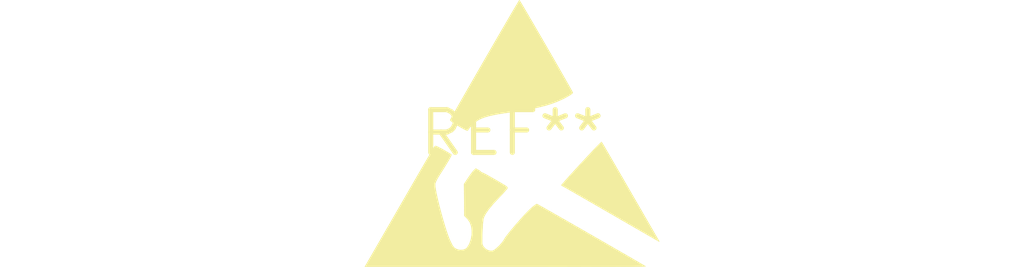
<source format=kicad_pcb>
(kicad_pcb (version 20240108) (generator pcbnew)
  (layers (0 "F.Cu" signal) (31 "B.Cu" signal) (34 "B.Paste" user) (35 "F.Paste" user) (36 "B.SilkS" user "B.Silkscreen") (37 "F.SilkS" user "F.Silkscreen") (38 "B.Mask" user) (39 "F.Mask" user) (44 "Edge.Cuts" user))
  (net 0 "")
  (footprint "ESD-Logo_8.9x8mm_SilkScreen" (layer "F.Cu") (at 0 0)
    (property "Reference" "REF**")
    (property "Value" "ESD-Logo_8.9x8mm_SilkScreen")
    (fp_poly (pts (xy 2.676146 0.315908) (xy 2.691469 0.34159) (xy 2.725911 0.400469) (xy 2.777769 0.489602) (xy 2.84534 0.606049) (xy 2.926921 0.746867) (xy 3.020809 0.909114) (xy 3.125299 1.089849) (xy 3.23869 1.28613) (xy 3.359278 1.495016) (xy 3.483313 1.710017) (xy 3.609987 1.929649) (xy 3.731608 2.140495) (xy 3.846412 2.339499) (xy 3.952638 2.523607) (xy 4.048523 2.689765) (xy 4.132302 2.834917) (xy 4.202214 2.956009) (xy 4.256496 3.049988) (xy 4.293385 3.113797) (xy 4.310731 3.143719) (xy 4.339007 3.194271) (xy 4.354382 3.225914) (xy 4.355224 3.23142) (xy 4.336488 3.221082) (xy 4.284386 3.191407) (xy 4.20164 3.143968) (xy 4.090975 3.080333) (xy 3.955114 3.002074) (xy 3.796781 2.910759) (xy 3.618698 2.80796) (xy 3.42359 2.695247) (xy 3.21418 2.574189) (xy 2.993191 2.446357) (xy 2.909113 2.397702) (xy 2.68417 2.267567) (xy 2.469524 2.143497) (xy 2.267932 2.027077) (xy 2.082148 1.919893) (xy 1.914928 1.823531) (xy 1.769027 1.739578) (xy 1.647201 1.66962) (xy 1.552204 1.615243) (xy 1.486792 1.578034) (xy 1.45372 1.559578) (xy 1.450262 1.55783) (xy 1.460339 1.542005) (xy 1.495407 1.499692) (xy 1.551885 1.43479) (xy 1.626193 1.351196) (xy 1.714752 1.252809) (xy 1.81398 1.143525) (xy 1.920298 1.027244) (xy 2.030125 0.907862) (xy 2.139882 0.789277) (xy 2.245988 0.675388) (xy 2.344862 0.570092) (xy 2.432926 0.477287) (xy 2.506599 0.40087) (xy 2.5623 0.34474) (xy 2.581403 0.326335) (xy 2.644708 0.266872) (xy 2.676146 0.315908)) (layer "F.SilkS") (stroke (width 0.01)) (fill solid))
    (fp_poly (pts (xy 0.220878 -3.923834) (xy 0.251876 -3.873462) (xy 0.299634 -3.793659) (xy 0.362194 -3.68782) (xy 0.437597 -3.559341) (xy 0.523885 -3.411616) (xy 0.619101 -3.248042) (xy 0.721285 -3.072013) (xy 0.828481 -2.886925) (xy 0.938729 -2.696173) (xy 1.050071 -2.503153) (xy 1.16055 -2.311259) (xy 1.268207 -2.123889) (xy 1.371084 -1.944435) (xy 1.467223 -1.776295) (xy 1.554665 -1.622863) (xy 1.631453 -1.487535) (xy 1.695628 -1.373706) (xy 1.745233 -1.284771) (xy 1.778309 -1.224126) (xy 1.792897 -1.195167) (xy 1.793431 -1.193356) (xy 1.775321 -1.168783) (xy 1.72498 -1.131193) (xy 1.648395 -1.084278) (xy 1.551552 -1.031726) (xy 1.450167 -0.981787) (xy 1.312215 -0.921231) (xy 1.167142 -0.866821) (xy 1.00995 -0.817349) (xy 0.835643 -0.771605) (xy 0.639222 -0.72838) (xy 0.415689 -0.686466) (xy 0.160048 -0.644653) (xy -0.104394 -0.605716) (xy -0.334148 -0.571172) (xy -0.527083 -0.536974) (xy -0.688036 -0.501423) (xy -0.821845 -0.462818) (xy -0.93335 -0.419461) (xy -1.027386 -0.369652) (xy -1.108794 -0.311691) (xy -1.18241 -0.24388) (xy -1.206149 -0.218688) (xy -1.257603 -0.160042) (xy -1.295666 -0.112185) (xy -1.313323 -0.084042) (xy -1.313794 -0.081735) (xy -1.319972 -0.067584) (xy -1.34141 -0.067425) (xy -1.382467 -0.083139) (xy -1.447499 -0.116609) (xy -1.540863 -0.169719) (xy -1.605748 -0.207912) (xy -1.702499 -0.267615) (xy -1.777688 -0.318737) (xy -1.826261 -0.357601) (xy -1.843165 -0.380528) (xy -1.843155 -0.380695) (xy -1.832672 -0.402544) (xy -1.803069 -0.457261) (xy -1.756062 -0.541864) (xy -1.693371 -0.653371) (xy -1.616714 -0.788799) (xy -1.527809 -0.945167) (xy -1.428374 -1.119493) (xy -1.320128 -1.308794) (xy -1.204789 -1.510089) (xy -1.084076 -1.720395) (xy -0.959706 -1.936729) (xy -0.833399 -2.156111) (xy -0.706873 -2.375558) (xy -0.581845 -2.592088) (xy -0.460035 -2.802719) (xy -0.343161 -3.004468) (xy -0.23294 -3.194353) (xy -0.131092 -3.369394) (xy -0.039335 -3.526606) (xy 0.040613 -3.663009) (xy 0.107034 -3.77562) (xy 0.158209 -3.861457) (xy 0.19242 -3.917538) (xy 0.207948 -3.940881) (xy 0.208598 -3.941379) (xy 0.220878 -3.923834)) (layer "F.SilkS") (stroke (width 0.01)) (fill solid))
    (fp_poly (pts (xy -2.259251 0.392036) (xy -2.215456 0.408972) (xy -2.148707 0.442601) (xy -2.052863 0.495334) (xy -2.045401 0.499525) (xy -1.957129 0.550001) (xy -1.882637 0.594223) (xy -1.82924 0.627731) (xy -1.804254 0.646064) (xy -1.803555 0.646962) (xy -1.809591 0.672414) (xy -1.837277 0.729255) (xy -1.884812 0.814389) (xy -1.950389 0.924717) (xy -2.032203 1.057144) (xy -2.128452 1.208571) (xy -2.152406 1.245707) (xy -2.214817 1.348757) (xy -2.260263 1.437432) (xy -2.284754 1.503714) (xy -2.287267 1.516807) (xy -2.286152 1.574443) (xy -2.273657 1.665865) (xy -2.25134 1.785208) (xy -2.22076 1.926609) (xy -2.183472 2.084203) (xy -2.141035 2.252126) (xy -2.095006 2.424514) (xy -2.046943 2.595501) (xy -1.998403 2.759224) (xy -1.950943 2.909818) (xy -1.906122 3.04142) (xy -1.865497 3.148163) (xy -1.837177 3.211494) (xy -1.803817 3.278957) (xy -1.772318 3.343511) (xy -1.770613 3.347045) (xy -1.718502 3.41225) (xy -1.642446 3.456156) (xy -1.553908 3.477197) (xy -1.464352 3.473807) (xy -1.385242 3.444423) (xy -1.340736 3.405736) (xy -1.276644 3.299636) (xy -1.229678 3.167405) (xy -1.20391 3.022527) (xy -1.200259 2.940394) (xy -1.214961 2.787105) (xy -1.25811 2.660166) (xy -1.332028 2.553418) (xy -1.355079 2.529657) (xy -1.423675 2.463009) (xy -1.428386 1.991916) (xy -1.433097 1.520822) (xy -1.313054 1.339106) (xy -1.256723 1.256856) (xy -1.202472 1.182865) (xy -1.158041 1.127448) (xy -1.138944 1.107056) (xy -1.084876 1.056723) (xy -1.01165 1.096158) (xy -0.965367 1.124415) (xy -0.940043 1.146354) (xy -0.938424 1.150299) (xy -0.921116 1.167023) (xy -0.891503 1.179476) (xy -0.862886 1.1907) (xy -0.819066 1.212024) (xy -0.756282 1.245529) (xy -0.670772 1.293296) (xy -0.558774 1.357407) (xy -0.416527 1.439944) (xy -0.339227 1.485065) (xy -0.248298 1.539111) (xy -0.188661 1.577604) (xy -0.155039 1.605044) (xy -0.142156 1.625934) (xy -0.144735 1.644775) (xy -0.146885 1.649152) (xy -0.167803 1.676714) (xy -0.21256 1.728416) (xy -0.275943 1.798475) (xy -0.352738 1.881107) (xy -0.419156 1.951156) (xy -0.57221 2.117414) (xy -0.691944 2.261519) (xy -0.779427 2.384921) (xy -0.835726 2.489068) (xy -0.854716 2.541954) (xy -0.86256 2.58825) (xy -0.870662 2.667221) (xy -0.878309 2.769846) (xy -0.884788 2.887103) (xy -0.887837 2.961248) (xy -0.892092 3.089427) (xy -0.893964 3.183138) (xy -0.892901 3.249583) (xy -0.888354 3.295961) (xy -0.879773 3.329474) (xy -0.866606 3.357321) (xy -0.856265 3.374324) (xy -0.796544 3.439862) (xy -0.719589 3.485532) (xy -0.63862 3.50545) (xy -0.577942 3.498244) (xy -0.523001 3.467066) (xy -0.454133 3.41123) (xy -0.380995 3.340474) (xy -0.313248 3.264537) (xy -0.26055 3.193159) (xy -0.241147 3.158668) (xy -0.212081 3.111441) (xy -0.159217 3.039506) (xy -0.087384 2.948485) (xy -0.001412 2.844) (xy 0.093868 2.731675) (xy 0.193627 2.61713) (xy 0.293034 2.50599) (xy 0.387259 2.403875) (xy 0.471473 2.316408) (xy 0.537591 2.252198) (xy 0.610999 2.188057) (xy 0.672753 2.140763) (xy 0.716066 2.115235) (xy 0.730445 2.112429) (xy 0.752479 2.123752) (xy 0.807438 2.154144) (xy 0.892152 2.20178) (xy 1.003448 2.264835) (xy 1.138156 2.341485) (xy 1.293103 2.429905) (xy 1.465119 2.52827) (xy 1.651032 2.634756) (xy 1.84767 2.747537) (xy 2.051863 2.864789) (xy 2.260439 2.984687) (xy 2.470225 3.105407) (xy 2.678052 3.225123) (xy 2.880747 3.342011) (xy 3.07514 3.454246) (xy 3.258058 3.560004) (xy 3.42633 3.65746) (xy 3.576785 3.744788) (xy 3.706251 3.820165) (xy 3.811557 3.881765) (xy 3.889532 3.927764) (xy 3.937004 3.956337) (xy 3.950763 3.965304) (xy 3.932231 3.967076) (xy 3.873933 3.968799) (xy 3.777809 3.970464) (xy 3.645799 3.972063) (xy 3.479846 3.973587) (xy 3.281889 3.975029) (xy 3.05387 3.97638) (xy 2.797729 3.977632) (xy 2.515408 3.978776) (xy 2.208847 3.979804) (xy 1.879987 3.980708) (xy 1.530769 3.981479) (xy 1.163135 3.982109) (xy 0.779024 3.98259) (xy 0.380377 3.982914) (xy -0.030863 3.983072) (xy -0.20342 3.983087) (xy -4.377414 3.983087) (xy -4.079732 3.466954) (xy -4.016714 3.357665) (xy -3.935594 3.21694) (xy -3.839084 3.049486) (xy -3.729897 2.860012) (xy -3.610745 2.653223) (xy -3.48434 2.433828) (xy -3.353395 2.206533) (xy -3.220621 1.976046) (xy -3.088731 1.747073) (xy -3.055376 1.689163) (xy -2.933753 1.478232) (xy -2.817772 1.277535) (xy -2.709175 1.090059) (xy -2.609706 0.918792) (xy -2.521108 0.766723) (xy -2.445122 0.636838) (xy -2.383493 0.532125) (xy -2.337963 0.455573) (xy -2.310275 0.410169) (xy -2.302528 0.398609) (xy -2.286228 0.389385) (xy -2.259251 0.392036)) (layer "F.SilkS") (stroke (width 0.01)) (fill solid))
  )
)
</source>
